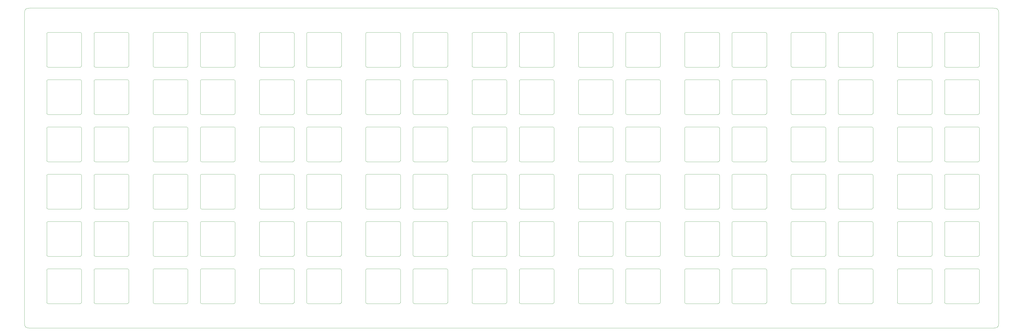
<source format=gm1>
%TF.GenerationSoftware,KiCad,Pcbnew,7.0.7*%
%TF.CreationDate,2023-09-25T11:43:51+09:00*%
%TF.ProjectId,Duet-Switch-Tester,44756574-2d53-4776-9974-63682d546573,rev?*%
%TF.SameCoordinates,Original*%
%TF.FileFunction,Profile,NP*%
%FSLAX46Y46*%
G04 Gerber Fmt 4.6, Leading zero omitted, Abs format (unit mm)*
G04 Created by KiCad (PCBNEW 7.0.7) date 2023-09-25 11:43:51*
%MOMM*%
%LPD*%
G01*
G04 APERTURE LIST*
%TA.AperFunction,Profile*%
%ADD10C,0.050000*%
%TD*%
%ADD11C,0.050000*%
G04 APERTURE END LIST*
D10*
X201762500Y-148287500D02*
G75*
G03*
X202262500Y-147787500I0J500000D01*
G01*
X139850000Y-72087500D02*
X126850000Y-72087500D01*
X226075000Y-58587500D02*
G75*
G03*
X225575000Y-58087500I-500000J0D01*
G01*
X341162500Y-115237500D02*
G75*
G03*
X340662500Y-115737500I0J-500000D01*
G01*
X254937500Y-147787500D02*
X254937500Y-134787500D01*
X287487500Y-53037500D02*
X274487500Y-53037500D01*
X182712500Y-129237500D02*
G75*
G03*
X183212500Y-128737500I0J500000D01*
G01*
X359712500Y-52537500D02*
G75*
G03*
X360212500Y-53037500I500000J0D01*
G01*
X139850000Y-148287500D02*
G75*
G03*
X140350000Y-147787500I0J500000D01*
G01*
X97487500Y-77637500D02*
X97487500Y-90637500D01*
D11*
X424038012Y-29875985D02*
X424065164Y-29918441D01*
X424090595Y-29961703D01*
X424114361Y-30005738D01*
X424143558Y-30065598D01*
X424170034Y-30126697D01*
X424188188Y-30173288D01*
X424204945Y-30220501D01*
X424220363Y-30268302D01*
X424234500Y-30316660D01*
X424247414Y-30365542D01*
D10*
X226075000Y-58587500D02*
X226075000Y-71587500D01*
X83987500Y-96187500D02*
G75*
G03*
X83487500Y-96687500I0J-500000D01*
G01*
X116037500Y-148287500D02*
G75*
G03*
X116537500Y-147787500I0J500000D01*
G01*
X116037500Y-110187500D02*
X103037500Y-110187500D01*
X298300000Y-58087500D02*
G75*
G03*
X297800000Y-58587500I0J-500000D01*
G01*
X384025000Y-96187500D02*
X397025000Y-96187500D01*
X330350000Y-129237500D02*
G75*
G03*
X330850000Y-128737500I0J500000D01*
G01*
X274487500Y-96187500D02*
G75*
G03*
X273987500Y-96687500I0J-500000D01*
G01*
X254937500Y-96687500D02*
X254937500Y-109687500D01*
X145400000Y-52537500D02*
X145400000Y-39537500D01*
X183212500Y-96687500D02*
G75*
G03*
X182712500Y-96187500I-500000J0D01*
G01*
X73175000Y-91137500D02*
X60175000Y-91137500D01*
X158900000Y-53037500D02*
G75*
G03*
X159400000Y-52537500I0J500000D01*
G01*
X287487500Y-148287500D02*
X274487500Y-148287500D01*
X231625000Y-39037500D02*
G75*
G03*
X231125000Y-39537500I0J-500000D01*
G01*
X354662500Y-39537500D02*
X354662500Y-52537500D01*
X103037500Y-134287500D02*
X116037500Y-134287500D01*
X397525000Y-77637500D02*
X397525000Y-90637500D01*
X330350000Y-148287500D02*
X317350000Y-148287500D01*
X145400000Y-128737500D02*
G75*
G03*
X145900000Y-129237500I500000J0D01*
G01*
X403075000Y-39037500D02*
G75*
G03*
X402575000Y-39537500I0J-500000D01*
G01*
X145900000Y-96187500D02*
X158900000Y-96187500D01*
X102537500Y-147787500D02*
G75*
G03*
X103037500Y-148287500I500000J0D01*
G01*
X360212500Y-39037500D02*
G75*
G03*
X359712500Y-39537500I0J-500000D01*
G01*
X96987500Y-72087500D02*
G75*
G03*
X97487500Y-71587500I0J500000D01*
G01*
X311800000Y-115737500D02*
G75*
G03*
X311300000Y-115237500I-500000J0D01*
G01*
X169212500Y-109687500D02*
G75*
G03*
X169712500Y-110187500I500000J0D01*
G01*
X202262500Y-77637500D02*
G75*
G03*
X201762500Y-77137500I-500000J0D01*
G01*
X397525000Y-134787500D02*
G75*
G03*
X397025000Y-134287500I-500000J0D01*
G01*
X102537500Y-90637500D02*
X102537500Y-77637500D01*
X139850000Y-72087500D02*
G75*
G03*
X140350000Y-71587500I0J500000D01*
G01*
X83487500Y-128737500D02*
G75*
G03*
X83987500Y-129237500I500000J0D01*
G01*
X255437500Y-115237500D02*
G75*
G03*
X254937500Y-115737500I0J-500000D01*
G01*
X231125000Y-128737500D02*
G75*
G03*
X231625000Y-129237500I500000J0D01*
G01*
X402575000Y-147787500D02*
G75*
G03*
X403075000Y-148287500I500000J0D01*
G01*
X73175000Y-72087500D02*
G75*
G03*
X73675000Y-71587500I0J500000D01*
G01*
D11*
X33987500Y-158100000D02*
X33907677Y-158099982D01*
X33828895Y-158099861D01*
X33751154Y-158099530D01*
X33674453Y-158098888D01*
X33598795Y-158097828D01*
X33524178Y-158096247D01*
X33450604Y-158094040D01*
X33378073Y-158091104D01*
X33306585Y-158087334D01*
X33236141Y-158082626D01*
X33166742Y-158076876D01*
X33098387Y-158069978D01*
X33031077Y-158061830D01*
X32964812Y-158052327D01*
X32899594Y-158041365D01*
X32835423Y-158028839D01*
D10*
X116037500Y-110187500D02*
G75*
G03*
X116537500Y-109687500I0J500000D01*
G01*
X317350000Y-134287500D02*
X330350000Y-134287500D01*
X416075000Y-148287500D02*
X403075000Y-148287500D01*
X116537500Y-134787500D02*
X116537500Y-147787500D01*
D11*
X423114577Y-29296161D02*
X423171306Y-29308826D01*
X423227458Y-29322986D01*
X423282981Y-29338728D01*
X423337823Y-29356143D01*
X423391932Y-29375322D01*
X423445258Y-29396353D01*
X423497747Y-29419326D01*
X423549348Y-29444332D01*
X423600009Y-29471461D01*
X423649679Y-29500801D01*
X423682217Y-29521635D01*
D10*
X60175000Y-115237500D02*
G75*
G03*
X59675000Y-115737500I0J-500000D01*
G01*
X254937500Y-71587500D02*
G75*
G03*
X255437500Y-72087500I500000J0D01*
G01*
X158900000Y-129237500D02*
X145900000Y-129237500D01*
X268437500Y-91137500D02*
X255437500Y-91137500D01*
X383525000Y-90637500D02*
X383525000Y-77637500D01*
X268437500Y-96187500D02*
X255437500Y-96187500D01*
X159400000Y-58587500D02*
X159400000Y-71587500D01*
X316850000Y-128737500D02*
G75*
G03*
X317350000Y-129237500I500000J0D01*
G01*
X316850000Y-109687500D02*
G75*
G03*
X317350000Y-110187500I500000J0D01*
G01*
D11*
X423682217Y-29521635D02*
X423734446Y-29558031D01*
X423784493Y-29596715D01*
X423832342Y-29637673D01*
X423877975Y-29680886D01*
X423921376Y-29726340D01*
X423962527Y-29774019D01*
X424001411Y-29823906D01*
X424038012Y-29875985D01*
D10*
X416575000Y-115737500D02*
X416575000Y-128737500D01*
X73175000Y-58087500D02*
X60175000Y-58087500D01*
X340662500Y-128737500D02*
G75*
G03*
X341162500Y-129237500I500000J0D01*
G01*
X298300000Y-115237500D02*
X311300000Y-115237500D01*
D11*
X31683661Y-30447923D02*
X31696326Y-30391193D01*
X31710486Y-30335041D01*
X31726228Y-30279518D01*
X31743643Y-30224676D01*
X31762822Y-30170567D01*
X31783853Y-30117241D01*
X31806826Y-30064752D01*
X31831832Y-30013151D01*
X31858961Y-29962490D01*
X31888301Y-29912820D01*
X31909135Y-29880283D01*
D10*
X126350000Y-90637500D02*
G75*
G03*
X126850000Y-91137500I500000J0D01*
G01*
X354162500Y-53037500D02*
X341162500Y-53037500D01*
X73675000Y-77637500D02*
X73675000Y-90637500D01*
X140350000Y-115737500D02*
G75*
G03*
X139850000Y-115237500I-500000J0D01*
G01*
X212575000Y-58087500D02*
G75*
G03*
X212075000Y-58587500I0J-500000D01*
G01*
X373212500Y-72087500D02*
X360212500Y-72087500D01*
X226075000Y-134787500D02*
G75*
G03*
X225575000Y-134287500I-500000J0D01*
G01*
X126850000Y-58087500D02*
G75*
G03*
X126350000Y-58587500I0J-500000D01*
G01*
X54125000Y-129237500D02*
X41125000Y-129237500D01*
X126850000Y-96187500D02*
X139850000Y-96187500D01*
X231625000Y-96187500D02*
G75*
G03*
X231125000Y-96687500I0J-500000D01*
G01*
X201762500Y-53037500D02*
X188762500Y-53037500D01*
X145400000Y-90637500D02*
G75*
G03*
X145900000Y-91137500I500000J0D01*
G01*
X403075000Y-134287500D02*
X416075000Y-134287500D01*
X244625000Y-72087500D02*
G75*
G03*
X245125000Y-71587500I0J500000D01*
G01*
X212075000Y-71587500D02*
X212075000Y-58587500D01*
X201762500Y-110187500D02*
X188762500Y-110187500D01*
X73675000Y-134787500D02*
X73675000Y-147787500D01*
X402575000Y-52537500D02*
G75*
G03*
X403075000Y-53037500I500000J0D01*
G01*
X97487500Y-58587500D02*
G75*
G03*
X96987500Y-58087500I-500000J0D01*
G01*
X116037500Y-53037500D02*
X103037500Y-53037500D01*
X116537500Y-39537500D02*
X116537500Y-52537500D01*
X354162500Y-148287500D02*
G75*
G03*
X354662500Y-147787500I0J500000D01*
G01*
X145900000Y-39037500D02*
G75*
G03*
X145400000Y-39537500I0J-500000D01*
G01*
X59675000Y-115737500D02*
X59675000Y-128737500D01*
X373212500Y-110187500D02*
G75*
G03*
X373712500Y-109687500I0J500000D01*
G01*
X231625000Y-115237500D02*
G75*
G03*
X231125000Y-115737500I0J-500000D01*
G01*
X274487500Y-77137500D02*
X287487500Y-77137500D01*
X297800000Y-147787500D02*
G75*
G03*
X298300000Y-148287500I500000J0D01*
G01*
X287487500Y-110187500D02*
X274487500Y-110187500D01*
X354662500Y-134787500D02*
G75*
G03*
X354162500Y-134287500I-500000J0D01*
G01*
X97487500Y-39537500D02*
G75*
G03*
X96987500Y-39037500I-500000J0D01*
G01*
X145900000Y-134287500D02*
X158900000Y-134287500D01*
X373712500Y-58587500D02*
X373712500Y-71587500D01*
X73675000Y-134787500D02*
G75*
G03*
X73175000Y-134287500I-500000J0D01*
G01*
X97487500Y-58587500D02*
X97487500Y-71587500D01*
X354162500Y-148287500D02*
X341162500Y-148287500D01*
X231125000Y-52537500D02*
X231125000Y-39537500D01*
X268437500Y-72087500D02*
X255437500Y-72087500D01*
X116037500Y-72087500D02*
G75*
G03*
X116537500Y-71587500I0J500000D01*
G01*
X226075000Y-52537500D02*
X226075000Y-39537500D01*
X126350000Y-128737500D02*
G75*
G03*
X126850000Y-129237500I500000J0D01*
G01*
X416075000Y-148287500D02*
G75*
G03*
X416575000Y-147787500I0J500000D01*
G01*
X159400000Y-39537500D02*
G75*
G03*
X158900000Y-39037500I-500000J0D01*
G01*
X140350000Y-58587500D02*
X140350000Y-71587500D01*
X226075000Y-115737500D02*
X226075000Y-128737500D01*
X59675000Y-147787500D02*
G75*
G03*
X60175000Y-148287500I500000J0D01*
G01*
X140350000Y-77637500D02*
G75*
G03*
X139850000Y-77137500I-500000J0D01*
G01*
X397025000Y-91137500D02*
X384025000Y-91137500D01*
X140350000Y-39537500D02*
G75*
G03*
X139850000Y-39037500I-500000J0D01*
G01*
X59675000Y-128737500D02*
G75*
G03*
X60175000Y-129237500I500000J0D01*
G01*
X60175000Y-129237500D02*
X73175000Y-129237500D01*
X188262500Y-52537500D02*
G75*
G03*
X188762500Y-53037500I500000J0D01*
G01*
X188762500Y-77137500D02*
G75*
G03*
X188262500Y-77637500I0J-500000D01*
G01*
X384025000Y-58087500D02*
G75*
G03*
X383525000Y-58587500I0J-500000D01*
G01*
X340662500Y-90637500D02*
G75*
G03*
X341162500Y-91137500I500000J0D01*
G01*
X274487500Y-134287500D02*
X287487500Y-134287500D01*
X268437500Y-148287500D02*
X255437500Y-148287500D01*
X225575000Y-129237500D02*
X212575000Y-129237500D01*
X54625000Y-77637500D02*
X54625000Y-90637500D01*
X83487500Y-109687500D02*
G75*
G03*
X83987500Y-110187500I500000J0D01*
G01*
X183212500Y-58587500D02*
G75*
G03*
X182712500Y-58087500I-500000J0D01*
G01*
X373712500Y-77637500D02*
G75*
G03*
X373212500Y-77137500I-500000J0D01*
G01*
X245125000Y-96687500D02*
G75*
G03*
X244625000Y-96187500I-500000J0D01*
G01*
X287487500Y-148287500D02*
G75*
G03*
X287987500Y-147787500I0J500000D01*
G01*
X416075000Y-110187500D02*
X403075000Y-110187500D01*
X254937500Y-90637500D02*
X254937500Y-77637500D01*
X231625000Y-77137500D02*
X244625000Y-77137500D01*
X139850000Y-148287500D02*
X126850000Y-148287500D01*
X31612500Y-31600000D02*
X31612500Y-155725000D01*
X103037500Y-115237500D02*
G75*
G03*
X102537500Y-115737500I0J-500000D01*
G01*
X297800000Y-147787500D02*
X297800000Y-134787500D01*
X360212500Y-134287500D02*
X373212500Y-134287500D01*
X73675000Y-128737500D02*
X73675000Y-115737500D01*
X245125000Y-39537500D02*
X245125000Y-52537500D01*
X103037500Y-134287500D02*
G75*
G03*
X102537500Y-134787500I0J-500000D01*
G01*
X416575000Y-58587500D02*
G75*
G03*
X416075000Y-58087500I-500000J0D01*
G01*
X340662500Y-71587500D02*
G75*
G03*
X341162500Y-72087500I500000J0D01*
G01*
X311800000Y-58587500D02*
G75*
G03*
X311300000Y-58087500I-500000J0D01*
G01*
X201762500Y-72087500D02*
G75*
G03*
X202262500Y-71587500I0J500000D01*
G01*
X373212500Y-53037500D02*
X360212500Y-53037500D01*
X212075000Y-147787500D02*
G75*
G03*
X212575000Y-148287500I500000J0D01*
G01*
X373212500Y-91137500D02*
X360212500Y-91137500D01*
X273987500Y-58587500D02*
X273987500Y-71587500D01*
X330850000Y-134787500D02*
G75*
G03*
X330350000Y-134287500I-500000J0D01*
G01*
X311300000Y-110187500D02*
G75*
G03*
X311800000Y-109687500I0J500000D01*
G01*
X359712500Y-71587500D02*
X359712500Y-58587500D01*
X360212500Y-77137500D02*
X373212500Y-77137500D01*
X159400000Y-115737500D02*
G75*
G03*
X158900000Y-115237500I-500000J0D01*
G01*
X231125000Y-109687500D02*
X231125000Y-96687500D01*
X244625000Y-53037500D02*
G75*
G03*
X245125000Y-52537500I0J500000D01*
G01*
X340662500Y-90637500D02*
X340662500Y-77637500D01*
X212075000Y-39537500D02*
X212075000Y-52537500D01*
X202262500Y-58587500D02*
G75*
G03*
X201762500Y-58087500I-500000J0D01*
G01*
X373212500Y-148287500D02*
X360212500Y-148287500D01*
X212075000Y-147787500D02*
X212075000Y-134787500D01*
X202262500Y-147787500D02*
X202262500Y-134787500D01*
X273987500Y-90637500D02*
X273987500Y-77637500D01*
X245125000Y-134787500D02*
X245125000Y-147787500D01*
X159400000Y-58587500D02*
G75*
G03*
X158900000Y-58087500I-500000J0D01*
G01*
X188262500Y-134787500D02*
X188262500Y-147787500D01*
X359712500Y-90637500D02*
G75*
G03*
X360212500Y-91137500I500000J0D01*
G01*
X145900000Y-77137500D02*
G75*
G03*
X145400000Y-77637500I0J-500000D01*
G01*
X145400000Y-71587500D02*
X145400000Y-58587500D01*
X54125000Y-148287500D02*
G75*
G03*
X54625000Y-147787500I0J500000D01*
G01*
X383525000Y-71587500D02*
G75*
G03*
X384025000Y-72087500I500000J0D01*
G01*
X73675000Y-115737500D02*
G75*
G03*
X73175000Y-115237500I-500000J0D01*
G01*
X311800000Y-58587500D02*
X311800000Y-71587500D01*
X402575000Y-109687500D02*
G75*
G03*
X403075000Y-110187500I500000J0D01*
G01*
X54625000Y-115737500D02*
X54625000Y-128737500D01*
X188762500Y-58087500D02*
G75*
G03*
X188262500Y-58587500I0J-500000D01*
G01*
X83487500Y-52537500D02*
G75*
G03*
X83987500Y-53037500I500000J0D01*
G01*
X182712500Y-148287500D02*
X169712500Y-148287500D01*
X416075000Y-91137500D02*
G75*
G03*
X416575000Y-90637500I0J500000D01*
G01*
X140350000Y-134787500D02*
G75*
G03*
X139850000Y-134287500I-500000J0D01*
G01*
X287987500Y-58587500D02*
G75*
G03*
X287487500Y-58087500I-500000J0D01*
G01*
X159400000Y-77637500D02*
G75*
G03*
X158900000Y-77137500I-500000J0D01*
G01*
X354162500Y-110187500D02*
X341162500Y-110187500D01*
X59675000Y-52537500D02*
G75*
G03*
X60175000Y-53037500I500000J0D01*
G01*
X188762500Y-148287500D02*
X201762500Y-148287500D01*
X126850000Y-115237500D02*
G75*
G03*
X126350000Y-115737500I0J-500000D01*
G01*
X116037500Y-129237500D02*
X103037500Y-129237500D01*
X341162500Y-58087500D02*
G75*
G03*
X340662500Y-58587500I0J-500000D01*
G01*
X83987500Y-39037500D02*
G75*
G03*
X83487500Y-39537500I0J-500000D01*
G01*
D11*
X423686515Y-157800512D02*
X423644058Y-157827664D01*
X423600796Y-157853095D01*
X423556761Y-157876861D01*
X423496901Y-157906058D01*
X423435802Y-157932534D01*
X423389211Y-157950688D01*
X423341998Y-157967445D01*
X423294197Y-157982863D01*
X423245839Y-157997000D01*
X423196958Y-158009914D01*
D10*
X311300000Y-53037500D02*
X298300000Y-53037500D01*
D11*
X32267783Y-157803365D02*
X32215553Y-157766968D01*
X32165506Y-157728284D01*
X32117657Y-157687326D01*
X32072024Y-157644113D01*
X32028623Y-157598659D01*
X31987472Y-157550980D01*
X31948588Y-157501093D01*
X31911988Y-157449015D01*
D10*
X297800000Y-52537500D02*
G75*
G03*
X298300000Y-53037500I500000J0D01*
G01*
X102537500Y-52537500D02*
G75*
G03*
X103037500Y-53037500I500000J0D01*
G01*
X255437500Y-39037500D02*
X268437500Y-39037500D01*
X397525000Y-77637500D02*
G75*
G03*
X397025000Y-77137500I-500000J0D01*
G01*
X403075000Y-96187500D02*
X416075000Y-96187500D01*
X330850000Y-96687500D02*
X330850000Y-109687500D01*
X298300000Y-110187500D02*
X311300000Y-110187500D01*
X268937500Y-58587500D02*
G75*
G03*
X268437500Y-58087500I-500000J0D01*
G01*
X96987500Y-129237500D02*
G75*
G03*
X97487500Y-128737500I0J500000D01*
G01*
X268437500Y-53037500D02*
G75*
G03*
X268937500Y-52537500I0J500000D01*
G01*
X188762500Y-115237500D02*
X201762500Y-115237500D01*
X212075000Y-52537500D02*
G75*
G03*
X212575000Y-53037500I500000J0D01*
G01*
X145900000Y-96187500D02*
G75*
G03*
X145400000Y-96687500I0J-500000D01*
G01*
X188762500Y-134287500D02*
G75*
G03*
X188262500Y-134787500I0J-500000D01*
G01*
X145400000Y-128737500D02*
X145400000Y-115737500D01*
X54625000Y-134787500D02*
X54625000Y-147787500D01*
X341162500Y-39037500D02*
X354162500Y-39037500D01*
X73675000Y-39537500D02*
X73675000Y-52537500D01*
X54625000Y-115737500D02*
G75*
G03*
X54125000Y-115237500I-500000J0D01*
G01*
X159400000Y-134787500D02*
X159400000Y-147787500D01*
X126350000Y-147787500D02*
G75*
G03*
X126850000Y-148287500I500000J0D01*
G01*
X73675000Y-71587500D02*
X73675000Y-58587500D01*
X231125000Y-90637500D02*
G75*
G03*
X231625000Y-91137500I500000J0D01*
G01*
X41125000Y-39037500D02*
G75*
G03*
X40625000Y-39537500I0J-500000D01*
G01*
X416575000Y-77637500D02*
G75*
G03*
X416075000Y-77137500I-500000J0D01*
G01*
X245125000Y-58587500D02*
G75*
G03*
X244625000Y-58087500I-500000J0D01*
G01*
D11*
X31911988Y-157449015D02*
X31884835Y-157406558D01*
X31859404Y-157363296D01*
X31835638Y-157319261D01*
X31806441Y-157259401D01*
X31779965Y-157198302D01*
X31761811Y-157151711D01*
X31745054Y-157104498D01*
X31729636Y-157056697D01*
X31715499Y-157008339D01*
X31702586Y-156959458D01*
D10*
X41125000Y-134287500D02*
X54125000Y-134287500D01*
X403075000Y-115237500D02*
G75*
G03*
X402575000Y-115737500I0J-500000D01*
G01*
X341162500Y-39037500D02*
G75*
G03*
X340662500Y-39537500I0J-500000D01*
G01*
X384025000Y-39037500D02*
X397025000Y-39037500D01*
X73175000Y-148287500D02*
G75*
G03*
X73675000Y-147787500I0J500000D01*
G01*
X373712500Y-96687500D02*
G75*
G03*
X373212500Y-96187500I-500000J0D01*
G01*
X188762500Y-39037500D02*
G75*
G03*
X188262500Y-39537500I0J-500000D01*
G01*
X231125000Y-52537500D02*
G75*
G03*
X231625000Y-53037500I500000J0D01*
G01*
X298300000Y-39037500D02*
X311300000Y-39037500D01*
X340662500Y-109687500D02*
X340662500Y-96687500D01*
X397525000Y-39537500D02*
X397525000Y-52537500D01*
X373212500Y-72087500D02*
G75*
G03*
X373712500Y-71587500I0J500000D01*
G01*
X126850000Y-96187500D02*
G75*
G03*
X126350000Y-96687500I0J-500000D01*
G01*
X297800000Y-128737500D02*
X297800000Y-115737500D01*
X416575000Y-115737500D02*
G75*
G03*
X416075000Y-115237500I-500000J0D01*
G01*
X116537500Y-96687500D02*
X116537500Y-109687500D01*
X126350000Y-71587500D02*
X126350000Y-58587500D01*
X416075000Y-53037500D02*
X403075000Y-53037500D01*
X40625000Y-90637500D02*
X40625000Y-77637500D01*
X103037500Y-39037500D02*
G75*
G03*
X102537500Y-39537500I0J-500000D01*
G01*
D11*
X424040865Y-157444717D02*
X424004468Y-157496946D01*
X423965784Y-157546993D01*
X423924826Y-157594842D01*
X423881613Y-157640475D01*
X423836159Y-157683876D01*
X423788480Y-157725027D01*
X423738593Y-157763911D01*
X423686515Y-157800512D01*
X421962500Y-29225000D02*
X422042322Y-29225017D01*
X422121104Y-29225138D01*
X422198845Y-29225469D01*
X422275546Y-29226111D01*
X422351204Y-29227171D01*
X422425821Y-29228752D01*
X422499395Y-29230959D01*
X422571926Y-29233895D01*
X422643414Y-29237665D01*
X422713858Y-29242373D01*
X422783257Y-29248123D01*
X422851612Y-29255021D01*
X422918922Y-29263169D01*
X422985187Y-29272672D01*
X423050405Y-29283634D01*
X423114577Y-29296161D01*
D10*
X226075000Y-96687500D02*
G75*
G03*
X225575000Y-96187500I-500000J0D01*
G01*
X126350000Y-52537500D02*
X126350000Y-39537500D01*
X330850000Y-134787500D02*
X330850000Y-147787500D01*
X402575000Y-52537500D02*
X402575000Y-39537500D01*
X182712500Y-110187500D02*
G75*
G03*
X183212500Y-109687500I0J500000D01*
G01*
X158900000Y-129237500D02*
G75*
G03*
X159400000Y-128737500I0J500000D01*
G01*
X225575000Y-39037500D02*
X212575000Y-39037500D01*
X169212500Y-147787500D02*
X169212500Y-134787500D01*
X54625000Y-39537500D02*
G75*
G03*
X54125000Y-39037500I-500000J0D01*
G01*
X274487500Y-77137500D02*
G75*
G03*
X273987500Y-77637500I0J-500000D01*
G01*
X402575000Y-58587500D02*
X402575000Y-71587500D01*
X226075000Y-96687500D02*
X226075000Y-109687500D01*
X97487500Y-134787500D02*
G75*
G03*
X96987500Y-134287500I-500000J0D01*
G01*
X245125000Y-115737500D02*
G75*
G03*
X244625000Y-115237500I-500000J0D01*
G01*
X245125000Y-58587500D02*
X245125000Y-71587500D01*
X273987500Y-52537500D02*
X273987500Y-39537500D01*
X383525000Y-71587500D02*
X383525000Y-58587500D01*
X403075000Y-58087500D02*
G75*
G03*
X402575000Y-58587500I0J-500000D01*
G01*
X311300000Y-96187500D02*
X298300000Y-96187500D01*
X97487500Y-96687500D02*
X97487500Y-109687500D01*
X188762500Y-58087500D02*
X201762500Y-58087500D01*
X169212500Y-71587500D02*
X169212500Y-58587500D01*
X397525000Y-115737500D02*
X397525000Y-128737500D01*
X340662500Y-147787500D02*
G75*
G03*
X341162500Y-148287500I500000J0D01*
G01*
X40625000Y-147787500D02*
X40625000Y-134787500D01*
X116537500Y-77637500D02*
X116537500Y-90637500D01*
X231625000Y-58087500D02*
G75*
G03*
X231125000Y-58587500I0J-500000D01*
G01*
X268437500Y-129237500D02*
G75*
G03*
X268937500Y-128737500I0J500000D01*
G01*
X169212500Y-71587500D02*
G75*
G03*
X169712500Y-72087500I500000J0D01*
G01*
X73675000Y-96687500D02*
G75*
G03*
X73175000Y-96187500I-500000J0D01*
G01*
X40625000Y-109687500D02*
G75*
G03*
X41125000Y-110187500I500000J0D01*
G01*
X311800000Y-96687500D02*
G75*
G03*
X311300000Y-96187500I-500000J0D01*
G01*
X373212500Y-148287500D02*
G75*
G03*
X373712500Y-147787500I0J500000D01*
G01*
X254937500Y-52537500D02*
X254937500Y-39537500D01*
X102537500Y-128737500D02*
X102537500Y-115737500D01*
X41125000Y-58087500D02*
X54125000Y-58087500D01*
X41125000Y-77137500D02*
G75*
G03*
X40625000Y-77637500I0J-500000D01*
G01*
X373212500Y-53037500D02*
G75*
G03*
X373712500Y-52537500I0J500000D01*
G01*
X126850000Y-77137500D02*
G75*
G03*
X126350000Y-77637500I0J-500000D01*
G01*
X116537500Y-115737500D02*
G75*
G03*
X116037500Y-115237500I-500000J0D01*
G01*
X298300000Y-115237500D02*
G75*
G03*
X297800000Y-115737500I0J-500000D01*
G01*
X126350000Y-52537500D02*
G75*
G03*
X126850000Y-53037500I500000J0D01*
G01*
X139850000Y-129237500D02*
G75*
G03*
X140350000Y-128737500I0J500000D01*
G01*
X245125000Y-115737500D02*
X245125000Y-128737500D01*
X340662500Y-128737500D02*
X340662500Y-115737500D01*
X244625000Y-129237500D02*
X231625000Y-129237500D01*
X169212500Y-147787500D02*
G75*
G03*
X169712500Y-148287500I500000J0D01*
G01*
X373712500Y-96687500D02*
X373712500Y-109687500D01*
X145900000Y-77137500D02*
X158900000Y-77137500D01*
X244625000Y-91137500D02*
X231625000Y-91137500D01*
X254937500Y-147787500D02*
G75*
G03*
X255437500Y-148287500I500000J0D01*
G01*
X158900000Y-110187500D02*
X145900000Y-110187500D01*
X354162500Y-53037500D02*
G75*
G03*
X354662500Y-52537500I0J500000D01*
G01*
X231125000Y-71587500D02*
G75*
G03*
X231625000Y-72087500I500000J0D01*
G01*
X145400000Y-109687500D02*
G75*
G03*
X145900000Y-110187500I500000J0D01*
G01*
X83487500Y-109687500D02*
X83487500Y-96687500D01*
X397025000Y-72087500D02*
G75*
G03*
X397525000Y-71587500I0J500000D01*
G01*
X54125000Y-91137500D02*
X41125000Y-91137500D01*
X182712500Y-53037500D02*
G75*
G03*
X183212500Y-52537500I0J500000D01*
G01*
X354662500Y-58587500D02*
G75*
G03*
X354162500Y-58087500I-500000J0D01*
G01*
X202262500Y-39537500D02*
X202262500Y-52537500D01*
X59675000Y-109687500D02*
G75*
G03*
X60175000Y-110187500I500000J0D01*
G01*
X297800000Y-128737500D02*
G75*
G03*
X298300000Y-129237500I500000J0D01*
G01*
X268937500Y-115737500D02*
G75*
G03*
X268437500Y-115237500I-500000J0D01*
G01*
X102537500Y-71587500D02*
G75*
G03*
X103037500Y-72087500I500000J0D01*
G01*
X126350000Y-147787500D02*
X126350000Y-134787500D01*
X274487500Y-39037500D02*
X287487500Y-39037500D01*
X287487500Y-129237500D02*
G75*
G03*
X287987500Y-128737500I0J500000D01*
G01*
X311800000Y-39537500D02*
X311800000Y-52537500D01*
X298300000Y-77137500D02*
G75*
G03*
X297800000Y-77637500I0J-500000D01*
G01*
X330850000Y-115737500D02*
G75*
G03*
X330350000Y-115237500I-500000J0D01*
G01*
X311300000Y-91137500D02*
G75*
G03*
X311800000Y-90637500I0J500000D01*
G01*
X159400000Y-39537500D02*
X159400000Y-52537500D01*
X158900000Y-53037500D02*
X145900000Y-53037500D01*
X183212500Y-77637500D02*
X183212500Y-90637500D01*
X244625000Y-110187500D02*
G75*
G03*
X245125000Y-109687500I0J500000D01*
G01*
X183212500Y-134787500D02*
X183212500Y-147787500D01*
X384025000Y-115237500D02*
G75*
G03*
X383525000Y-115737500I0J-500000D01*
G01*
X287987500Y-96687500D02*
X287987500Y-109687500D01*
X231625000Y-77137500D02*
G75*
G03*
X231125000Y-77637500I0J-500000D01*
G01*
X297800000Y-96687500D02*
X297800000Y-109687500D01*
X169212500Y-128737500D02*
G75*
G03*
X169712500Y-129237500I500000J0D01*
G01*
X145400000Y-71587500D02*
G75*
G03*
X145900000Y-72087500I500000J0D01*
G01*
X102537500Y-109687500D02*
G75*
G03*
X103037500Y-110187500I500000J0D01*
G01*
X158900000Y-72087500D02*
G75*
G03*
X159400000Y-71587500I0J500000D01*
G01*
X383525000Y-52537500D02*
X383525000Y-39537500D01*
X274487500Y-72087500D02*
X287487500Y-72087500D01*
X116037500Y-91137500D02*
G75*
G03*
X116537500Y-90637500I0J500000D01*
G01*
X317350000Y-115237500D02*
G75*
G03*
X316850000Y-115737500I0J-500000D01*
G01*
X158900000Y-91137500D02*
G75*
G03*
X159400000Y-90637500I0J500000D01*
G01*
X384025000Y-134287500D02*
X397025000Y-134287500D01*
X255437500Y-110187500D02*
X268437500Y-110187500D01*
X311800000Y-77637500D02*
G75*
G03*
X311300000Y-77137500I-500000J0D01*
G01*
X182712500Y-72087500D02*
G75*
G03*
X183212500Y-71587500I0J500000D01*
G01*
X416075000Y-53037500D02*
G75*
G03*
X416575000Y-52537500I0J500000D01*
G01*
X126350000Y-109687500D02*
G75*
G03*
X126850000Y-110187500I500000J0D01*
G01*
X140350000Y-96687500D02*
G75*
G03*
X139850000Y-96187500I-500000J0D01*
G01*
X188262500Y-109687500D02*
X188262500Y-96687500D01*
X83987500Y-58087500D02*
X96987500Y-58087500D01*
X60175000Y-39037500D02*
G75*
G03*
X59675000Y-39537500I0J-500000D01*
G01*
X403075000Y-115237500D02*
X416075000Y-115237500D01*
X311300000Y-72087500D02*
G75*
G03*
X311800000Y-71587500I0J500000D01*
G01*
X311300000Y-129237500D02*
G75*
G03*
X311800000Y-128737500I0J500000D01*
G01*
X416075000Y-129237500D02*
X403075000Y-129237500D01*
X287987500Y-77637500D02*
X287987500Y-90637500D01*
X116537500Y-77637500D02*
G75*
G03*
X116037500Y-77137500I-500000J0D01*
G01*
X297800000Y-71587500D02*
X297800000Y-58587500D01*
X317350000Y-115237500D02*
X330350000Y-115237500D01*
X96987500Y-53037500D02*
G75*
G03*
X97487500Y-52537500I0J500000D01*
G01*
X169212500Y-52537500D02*
X169212500Y-39537500D01*
X201762500Y-129237500D02*
X188762500Y-129237500D01*
X330850000Y-39537500D02*
G75*
G03*
X330350000Y-39037500I-500000J0D01*
G01*
X41125000Y-77137500D02*
X54125000Y-77137500D01*
X231625000Y-96187500D02*
X244625000Y-96187500D01*
X416575000Y-96687500D02*
X416575000Y-109687500D01*
X212575000Y-134287500D02*
G75*
G03*
X212075000Y-134787500I0J-500000D01*
G01*
X383525000Y-109687500D02*
G75*
G03*
X384025000Y-110187500I500000J0D01*
G01*
X116537500Y-39537500D02*
G75*
G03*
X116037500Y-39037500I-500000J0D01*
G01*
X354662500Y-39537500D02*
G75*
G03*
X354162500Y-39037500I-500000J0D01*
G01*
X354162500Y-91137500D02*
G75*
G03*
X354662500Y-90637500I0J500000D01*
G01*
X402575000Y-90637500D02*
X402575000Y-77637500D01*
X139850000Y-110187500D02*
G75*
G03*
X140350000Y-109687500I0J500000D01*
G01*
X145400000Y-109687500D02*
X145400000Y-96687500D01*
X83987500Y-134287500D02*
G75*
G03*
X83487500Y-134787500I0J-500000D01*
G01*
X397525000Y-58587500D02*
G75*
G03*
X397025000Y-58087500I-500000J0D01*
G01*
X297800000Y-71587500D02*
G75*
G03*
X298300000Y-72087500I500000J0D01*
G01*
X311800000Y-39537500D02*
G75*
G03*
X311300000Y-39037500I-500000J0D01*
G01*
X226075000Y-39537500D02*
G75*
G03*
X225575000Y-39037500I-500000J0D01*
G01*
X182712500Y-91137500D02*
X169712500Y-91137500D01*
X231125000Y-147787500D02*
X231125000Y-134787500D01*
X311300000Y-148287500D02*
X298300000Y-148287500D01*
X139850000Y-91137500D02*
X126850000Y-91137500D01*
X354162500Y-72087500D02*
G75*
G03*
X354662500Y-71587500I0J500000D01*
G01*
X354162500Y-129237500D02*
X341162500Y-129237500D01*
X116037500Y-53037500D02*
G75*
G03*
X116537500Y-52537500I0J500000D01*
G01*
X268437500Y-72087500D02*
G75*
G03*
X268937500Y-71587500I0J500000D01*
G01*
X403075000Y-134287500D02*
G75*
G03*
X402575000Y-134787500I0J-500000D01*
G01*
X287987500Y-115737500D02*
G75*
G03*
X287487500Y-115237500I-500000J0D01*
G01*
X354662500Y-77637500D02*
G75*
G03*
X354162500Y-77137500I-500000J0D01*
G01*
X383525000Y-109687500D02*
X383525000Y-96687500D01*
X244625000Y-148287500D02*
G75*
G03*
X245125000Y-147787500I0J500000D01*
G01*
X397525000Y-96687500D02*
X397525000Y-109687500D01*
X268937500Y-109687500D02*
X268937500Y-96687500D01*
X83987500Y-39037500D02*
X96987500Y-39037500D01*
X188262500Y-71587500D02*
X188262500Y-58587500D01*
X287487500Y-58087500D02*
X274487500Y-58087500D01*
X373212500Y-91137500D02*
G75*
G03*
X373712500Y-90637500I0J500000D01*
G01*
X201762500Y-91137500D02*
G75*
G03*
X202262500Y-90637500I0J500000D01*
G01*
X226075000Y-115737500D02*
G75*
G03*
X225575000Y-115237500I-500000J0D01*
G01*
X373712500Y-134787500D02*
X373712500Y-147787500D01*
X416075000Y-72087500D02*
G75*
G03*
X416575000Y-71587500I0J500000D01*
G01*
X59675000Y-90637500D02*
G75*
G03*
X60175000Y-91137500I500000J0D01*
G01*
X297800000Y-90637500D02*
G75*
G03*
X298300000Y-91137500I500000J0D01*
G01*
X360212500Y-96187500D02*
X373212500Y-96187500D01*
X397025000Y-91137500D02*
G75*
G03*
X397525000Y-90637500I0J500000D01*
G01*
X54625000Y-96687500D02*
X54625000Y-109687500D01*
X159400000Y-96687500D02*
X159400000Y-109687500D01*
X231125000Y-71587500D02*
X231125000Y-58587500D01*
X83987500Y-77137500D02*
G75*
G03*
X83487500Y-77637500I0J-500000D01*
G01*
X59675000Y-147787500D02*
X59675000Y-134787500D01*
X60175000Y-96187500D02*
G75*
G03*
X59675000Y-96687500I0J-500000D01*
G01*
X59675000Y-58587500D02*
X59675000Y-71587500D01*
X360212500Y-96187500D02*
G75*
G03*
X359712500Y-96687500I0J-500000D01*
G01*
X316850000Y-39537500D02*
X316850000Y-52537500D01*
D11*
X423196958Y-158009914D02*
X423128975Y-158025771D01*
X423059752Y-158039649D01*
X422989292Y-158051679D01*
X422917598Y-158061994D01*
X422844674Y-158070726D01*
X422770526Y-158078006D01*
X422695155Y-158083966D01*
X422618567Y-158088739D01*
X422540766Y-158092456D01*
X422461754Y-158095249D01*
X422381537Y-158097250D01*
X422300117Y-158098592D01*
X422217500Y-158099406D01*
X422133689Y-158099824D01*
X422048687Y-158099978D01*
X421962500Y-158100000D01*
D10*
X383525000Y-147787500D02*
G75*
G03*
X384025000Y-148287500I500000J0D01*
G01*
X201762500Y-134287500D02*
X188762500Y-134287500D01*
X402575000Y-71587500D02*
G75*
G03*
X403075000Y-72087500I500000J0D01*
G01*
X140350000Y-77637500D02*
X140350000Y-90637500D01*
X254937500Y-109687500D02*
G75*
G03*
X255437500Y-110187500I500000J0D01*
G01*
X212075000Y-90637500D02*
X212075000Y-77637500D01*
X140350000Y-58587500D02*
G75*
G03*
X139850000Y-58087500I-500000J0D01*
G01*
X330850000Y-52537500D02*
X330850000Y-39537500D01*
X359712500Y-52537500D02*
X359712500Y-39537500D01*
X225575000Y-148287500D02*
X212575000Y-148287500D01*
X73175000Y-129237500D02*
G75*
G03*
X73675000Y-128737500I0J500000D01*
G01*
X383525000Y-52537500D02*
G75*
G03*
X384025000Y-53037500I500000J0D01*
G01*
X416075000Y-129237500D02*
G75*
G03*
X416575000Y-128737500I0J500000D01*
G01*
X330350000Y-91137500D02*
X317350000Y-91137500D01*
X188262500Y-147787500D02*
G75*
G03*
X188762500Y-148287500I500000J0D01*
G01*
X416575000Y-134787500D02*
X416575000Y-147787500D01*
X268937500Y-134787500D02*
X268937500Y-147787500D01*
X373712500Y-39537500D02*
X373712500Y-52537500D01*
X73675000Y-77637500D02*
G75*
G03*
X73175000Y-77137500I-500000J0D01*
G01*
X397525000Y-39537500D02*
G75*
G03*
X397025000Y-39037500I-500000J0D01*
G01*
X384025000Y-115237500D02*
X397025000Y-115237500D01*
X403075000Y-77137500D02*
X416075000Y-77137500D01*
X126350000Y-109687500D02*
X126350000Y-96687500D01*
X330350000Y-53037500D02*
G75*
G03*
X330850000Y-52537500I0J500000D01*
G01*
X397025000Y-129237500D02*
X384025000Y-129237500D01*
X402575000Y-90637500D02*
G75*
G03*
X403075000Y-91137500I500000J0D01*
G01*
X54625000Y-58587500D02*
X54625000Y-71587500D01*
X73175000Y-91137500D02*
G75*
G03*
X73675000Y-90637500I0J500000D01*
G01*
X244625000Y-148287500D02*
X231625000Y-148287500D01*
X182712500Y-53037500D02*
X169712500Y-53037500D01*
X244625000Y-110187500D02*
X231625000Y-110187500D01*
X41125000Y-58087500D02*
G75*
G03*
X40625000Y-58587500I0J-500000D01*
G01*
X316850000Y-90637500D02*
G75*
G03*
X317350000Y-91137500I500000J0D01*
G01*
X359712500Y-109687500D02*
X359712500Y-96687500D01*
X139850000Y-110187500D02*
X126850000Y-110187500D01*
X231125000Y-109687500D02*
G75*
G03*
X231625000Y-110187500I500000J0D01*
G01*
X169712500Y-58087500D02*
G75*
G03*
X169212500Y-58587500I0J-500000D01*
G01*
X245125000Y-39537500D02*
G75*
G03*
X244625000Y-39037500I-500000J0D01*
G01*
X54125000Y-129237500D02*
G75*
G03*
X54625000Y-128737500I0J500000D01*
G01*
X397025000Y-129237500D02*
G75*
G03*
X397525000Y-128737500I0J500000D01*
G01*
X397525000Y-115737500D02*
G75*
G03*
X397025000Y-115237500I-500000J0D01*
G01*
X311300000Y-148287500D02*
G75*
G03*
X311800000Y-147787500I0J500000D01*
G01*
X96987500Y-148287500D02*
G75*
G03*
X97487500Y-147787500I0J500000D01*
G01*
X254937500Y-128737500D02*
X254937500Y-115737500D01*
X384025000Y-39037500D02*
G75*
G03*
X383525000Y-39537500I0J-500000D01*
G01*
X169212500Y-109687500D02*
X169212500Y-96687500D01*
X341162500Y-77137500D02*
G75*
G03*
X340662500Y-77637500I0J-500000D01*
G01*
X225575000Y-72087500D02*
G75*
G03*
X226075000Y-71587500I0J500000D01*
G01*
X96987500Y-110187500D02*
X83987500Y-110187500D01*
X73175000Y-148287500D02*
X60175000Y-148287500D01*
X354662500Y-96687500D02*
X354662500Y-109687500D01*
X126350000Y-128737500D02*
X126350000Y-115737500D01*
X59675000Y-71587500D02*
G75*
G03*
X60175000Y-72087500I500000J0D01*
G01*
X40625000Y-128737500D02*
G75*
G03*
X41125000Y-129237500I500000J0D01*
G01*
X255437500Y-134287500D02*
X268437500Y-134287500D01*
X188262500Y-71587500D02*
G75*
G03*
X188762500Y-72087500I500000J0D01*
G01*
X212575000Y-96187500D02*
X225575000Y-96187500D01*
X317350000Y-77137500D02*
G75*
G03*
X316850000Y-77637500I0J-500000D01*
G01*
X330850000Y-77637500D02*
G75*
G03*
X330350000Y-77137500I-500000J0D01*
G01*
X225575000Y-148287500D02*
G75*
G03*
X226075000Y-147787500I0J500000D01*
G01*
X397025000Y-72087500D02*
X384025000Y-72087500D01*
X83487500Y-71587500D02*
X83487500Y-58587500D01*
X188762500Y-96187500D02*
X201762500Y-96187500D01*
X102537500Y-147787500D02*
X102537500Y-134787500D01*
X83987500Y-115237500D02*
X96987500Y-115237500D01*
X373212500Y-129237500D02*
X360212500Y-129237500D01*
X83487500Y-128737500D02*
X83487500Y-115737500D01*
X59675000Y-109687500D02*
X59675000Y-96687500D01*
X40625000Y-90637500D02*
G75*
G03*
X41125000Y-91137500I500000J0D01*
G01*
X188262500Y-90637500D02*
X188262500Y-77637500D01*
X103037500Y-96187500D02*
G75*
G03*
X102537500Y-96687500I0J-500000D01*
G01*
X158900000Y-148287500D02*
X145900000Y-148287500D01*
X287487500Y-53037500D02*
G75*
G03*
X287987500Y-52537500I0J500000D01*
G01*
X83987500Y-58087500D02*
G75*
G03*
X83487500Y-58587500I0J-500000D01*
G01*
X182712500Y-110187500D02*
X169712500Y-110187500D01*
X73175000Y-115237500D02*
X60175000Y-115237500D01*
X298300000Y-134287500D02*
G75*
G03*
X297800000Y-134787500I0J-500000D01*
G01*
X403075000Y-77137500D02*
G75*
G03*
X402575000Y-77637500I0J-500000D01*
G01*
X311300000Y-53037500D02*
G75*
G03*
X311800000Y-52537500I0J500000D01*
G01*
D11*
X32263485Y-29524488D02*
X32305941Y-29497335D01*
X32349203Y-29471904D01*
X32393238Y-29448138D01*
X32453098Y-29418941D01*
X32514197Y-29392465D01*
X32560788Y-29374311D01*
X32608001Y-29357554D01*
X32655802Y-29342136D01*
X32704160Y-29327999D01*
X32753042Y-29315086D01*
D10*
X202262500Y-58587500D02*
X202262500Y-71587500D01*
X183212500Y-39537500D02*
G75*
G03*
X182712500Y-39037500I-500000J0D01*
G01*
X212075000Y-71587500D02*
G75*
G03*
X212575000Y-72087500I500000J0D01*
G01*
X254937500Y-71587500D02*
X254937500Y-58587500D01*
X145900000Y-134287500D02*
G75*
G03*
X145400000Y-134787500I0J-500000D01*
G01*
X287487500Y-129237500D02*
X274487500Y-129237500D01*
X158900000Y-110187500D02*
G75*
G03*
X159400000Y-109687500I0J500000D01*
G01*
X83487500Y-52537500D02*
X83487500Y-39537500D01*
X159400000Y-96687500D02*
G75*
G03*
X158900000Y-96187500I-500000J0D01*
G01*
X231125000Y-147787500D02*
G75*
G03*
X231625000Y-148287500I500000J0D01*
G01*
X60175000Y-58087500D02*
G75*
G03*
X59675000Y-58587500I0J-500000D01*
G01*
X268937500Y-115737500D02*
X268937500Y-128737500D01*
X298300000Y-39037500D02*
G75*
G03*
X297800000Y-39537500I0J-500000D01*
G01*
X83987500Y-77137500D02*
X96987500Y-77137500D01*
X212075000Y-128737500D02*
G75*
G03*
X212575000Y-129237500I500000J0D01*
G01*
X268937500Y-77637500D02*
G75*
G03*
X268437500Y-77137500I-500000J0D01*
G01*
X139850000Y-53037500D02*
G75*
G03*
X140350000Y-52537500I0J500000D01*
G01*
X183212500Y-58587500D02*
X183212500Y-71587500D01*
X140350000Y-134787500D02*
X140350000Y-147787500D01*
X274487500Y-115237500D02*
X287487500Y-115237500D01*
X268937500Y-77637500D02*
X268937500Y-90637500D01*
X60175000Y-96187500D02*
X73175000Y-96187500D01*
X158900000Y-148287500D02*
G75*
G03*
X159400000Y-147787500I0J500000D01*
G01*
X354162500Y-91137500D02*
X341162500Y-91137500D01*
X255437500Y-134287500D02*
G75*
G03*
X254937500Y-134787500I0J-500000D01*
G01*
X60175000Y-77137500D02*
X73175000Y-77137500D01*
X373712500Y-115737500D02*
G75*
G03*
X373212500Y-115237500I-500000J0D01*
G01*
X102537500Y-90637500D02*
G75*
G03*
X103037500Y-91137500I500000J0D01*
G01*
X59675000Y-90637500D02*
X59675000Y-77637500D01*
X354162500Y-110187500D02*
G75*
G03*
X354662500Y-109687500I0J500000D01*
G01*
X245125000Y-77637500D02*
X245125000Y-90637500D01*
X255437500Y-39037500D02*
G75*
G03*
X254937500Y-39537500I0J-500000D01*
G01*
X298300000Y-96187500D02*
G75*
G03*
X297800000Y-96687500I0J-500000D01*
G01*
X126850000Y-39037500D02*
G75*
G03*
X126350000Y-39537500I0J-500000D01*
G01*
X202262500Y-96687500D02*
G75*
G03*
X201762500Y-96187500I-500000J0D01*
G01*
X188262500Y-52537500D02*
X188262500Y-39537500D01*
X255437500Y-77137500D02*
G75*
G03*
X254937500Y-77637500I0J-500000D01*
G01*
X416575000Y-77637500D02*
X416575000Y-90637500D01*
X359712500Y-147787500D02*
G75*
G03*
X360212500Y-148287500I500000J0D01*
G01*
X145900000Y-58087500D02*
G75*
G03*
X145400000Y-58587500I0J-500000D01*
G01*
X126850000Y-134287500D02*
X139850000Y-134287500D01*
X254937500Y-128737500D02*
G75*
G03*
X255437500Y-129237500I500000J0D01*
G01*
X40625000Y-52537500D02*
G75*
G03*
X41125000Y-53037500I500000J0D01*
G01*
X340662500Y-52537500D02*
X340662500Y-39537500D01*
X311800000Y-77637500D02*
X311800000Y-90637500D01*
X226075000Y-77637500D02*
X226075000Y-90637500D01*
X183212500Y-96687500D02*
X183212500Y-109687500D01*
X231625000Y-115237500D02*
X244625000Y-115237500D01*
X330350000Y-110187500D02*
X317350000Y-110187500D01*
D11*
X31612500Y-31600000D02*
X31612517Y-31520177D01*
X31612638Y-31441395D01*
X31612969Y-31363654D01*
X31613611Y-31286953D01*
X31614671Y-31211295D01*
X31616252Y-31136678D01*
X31618459Y-31063104D01*
X31621395Y-30990573D01*
X31625165Y-30919085D01*
X31629873Y-30848641D01*
X31635623Y-30779242D01*
X31642521Y-30710887D01*
X31650669Y-30643577D01*
X31660172Y-30577312D01*
X31671134Y-30512094D01*
X31683661Y-30447923D01*
D10*
X226075000Y-77637500D02*
G75*
G03*
X225575000Y-77137500I-500000J0D01*
G01*
X341162500Y-134287500D02*
G75*
G03*
X340662500Y-134787500I0J-500000D01*
G01*
X255437500Y-58087500D02*
X268437500Y-58087500D01*
X316850000Y-52537500D02*
G75*
G03*
X317350000Y-53037500I500000J0D01*
G01*
X159400000Y-115737500D02*
X159400000Y-128737500D01*
X145900000Y-115237500D02*
G75*
G03*
X145400000Y-115737500I0J-500000D01*
G01*
X244625000Y-91137500D02*
G75*
G03*
X245125000Y-90637500I0J500000D01*
G01*
X40625000Y-71587500D02*
X40625000Y-58587500D01*
X59675000Y-52537500D02*
X59675000Y-39537500D01*
X202262500Y-77637500D02*
X202262500Y-90637500D01*
X225575000Y-53037500D02*
G75*
G03*
X226075000Y-52537500I0J500000D01*
G01*
X73175000Y-110187500D02*
G75*
G03*
X73675000Y-109687500I0J500000D01*
G01*
X354162500Y-72087500D02*
X341162500Y-72087500D01*
X255437500Y-96187500D02*
G75*
G03*
X254937500Y-96687500I0J-500000D01*
G01*
X373712500Y-115737500D02*
X373712500Y-128737500D01*
X373212500Y-129237500D02*
G75*
G03*
X373712500Y-128737500I0J500000D01*
G01*
X169712500Y-77137500D02*
X182712500Y-77137500D01*
X116037500Y-129237500D02*
G75*
G03*
X116537500Y-128737500I0J500000D01*
G01*
X202262500Y-115737500D02*
G75*
G03*
X201762500Y-115237500I-500000J0D01*
G01*
X182712500Y-148287500D02*
G75*
G03*
X183212500Y-147787500I0J500000D01*
G01*
X83987500Y-115237500D02*
G75*
G03*
X83487500Y-115737500I0J-500000D01*
G01*
X402575000Y-128737500D02*
G75*
G03*
X403075000Y-129237500I500000J0D01*
G01*
X41125000Y-115237500D02*
X54125000Y-115237500D01*
X103037500Y-77137500D02*
X116037500Y-77137500D01*
X201762500Y-72087500D02*
X188762500Y-72087500D01*
X316850000Y-147787500D02*
G75*
G03*
X317350000Y-148287500I500000J0D01*
G01*
X97487500Y-134787500D02*
X97487500Y-147787500D01*
X116537500Y-134787500D02*
G75*
G03*
X116037500Y-134287500I-500000J0D01*
G01*
X354662500Y-96687500D02*
G75*
G03*
X354162500Y-96187500I-500000J0D01*
G01*
X287987500Y-134787500D02*
G75*
G03*
X287487500Y-134287500I-500000J0D01*
G01*
X40625000Y-109687500D02*
X40625000Y-96687500D01*
X212575000Y-115237500D02*
G75*
G03*
X212075000Y-115737500I0J-500000D01*
G01*
X287987500Y-96687500D02*
G75*
G03*
X287487500Y-96187500I-500000J0D01*
G01*
X359712500Y-128737500D02*
X359712500Y-115737500D01*
X188262500Y-90637500D02*
G75*
G03*
X188762500Y-91137500I500000J0D01*
G01*
X202262500Y-115737500D02*
X202262500Y-128737500D01*
X212575000Y-115237500D02*
X225575000Y-115237500D01*
X273987500Y-147787500D02*
X273987500Y-134787500D01*
X139850000Y-91137500D02*
G75*
G03*
X140350000Y-90637500I0J500000D01*
G01*
X274487500Y-96187500D02*
X287487500Y-96187500D01*
X54125000Y-110187500D02*
G75*
G03*
X54625000Y-109687500I0J500000D01*
G01*
X273987500Y-52537500D02*
G75*
G03*
X274487500Y-53037500I500000J0D01*
G01*
X255437500Y-115237500D02*
X268437500Y-115237500D01*
X54125000Y-72087500D02*
X41125000Y-72087500D01*
X83487500Y-147787500D02*
X83487500Y-134787500D01*
X145400000Y-147787500D02*
G75*
G03*
X145900000Y-148287500I500000J0D01*
G01*
X226075000Y-134787500D02*
X226075000Y-147787500D01*
X317350000Y-58087500D02*
X330350000Y-58087500D01*
X145900000Y-58087500D02*
X158900000Y-58087500D01*
X231625000Y-39037500D02*
X244625000Y-39037500D01*
X317350000Y-134287500D02*
G75*
G03*
X316850000Y-134787500I0J-500000D01*
G01*
X340662500Y-147787500D02*
X340662500Y-134787500D01*
X60175000Y-134287500D02*
X73175000Y-134287500D01*
X287487500Y-110187500D02*
G75*
G03*
X287987500Y-109687500I0J500000D01*
G01*
X354662500Y-77637500D02*
X354662500Y-90637500D01*
X202262500Y-96687500D02*
X202262500Y-109687500D01*
X97487500Y-115737500D02*
X97487500Y-128737500D01*
X341162500Y-134287500D02*
X354162500Y-134287500D01*
X317350000Y-77137500D02*
X330350000Y-77137500D01*
X383525000Y-128737500D02*
X383525000Y-115737500D01*
X373212500Y-110187500D02*
X360212500Y-110187500D01*
X245125000Y-96687500D02*
X245125000Y-109687500D01*
X126850000Y-115237500D02*
X139850000Y-115237500D01*
X182712500Y-72087500D02*
X169712500Y-72087500D01*
X268437500Y-53037500D02*
X255437500Y-53037500D01*
X274487500Y-39037500D02*
G75*
G03*
X273987500Y-39537500I0J-500000D01*
G01*
X145400000Y-90637500D02*
X145400000Y-77637500D01*
X311800000Y-134787500D02*
X311800000Y-147787500D01*
X311300000Y-129237500D02*
X298300000Y-129237500D01*
X311300000Y-91137500D02*
X298300000Y-91137500D01*
X373712500Y-39537500D02*
G75*
G03*
X373212500Y-39037500I-500000J0D01*
G01*
X54625000Y-96687500D02*
G75*
G03*
X54125000Y-96187500I-500000J0D01*
G01*
X40625000Y-128737500D02*
X40625000Y-115737500D01*
X287487500Y-72087500D02*
G75*
G03*
X287987500Y-71587500I0J500000D01*
G01*
X40625000Y-71587500D02*
G75*
G03*
X41125000Y-72087500I500000J0D01*
G01*
X298300000Y-134287500D02*
X311300000Y-134287500D01*
X54125000Y-148287500D02*
X41125000Y-148287500D01*
X274487500Y-115237500D02*
G75*
G03*
X273987500Y-115737500I0J-500000D01*
G01*
X311800000Y-115737500D02*
X311800000Y-128737500D01*
X126850000Y-77137500D02*
X139850000Y-77137500D01*
X354662500Y-115737500D02*
G75*
G03*
X354162500Y-115237500I-500000J0D01*
G01*
X54625000Y-77637500D02*
G75*
G03*
X54125000Y-77137500I-500000J0D01*
G01*
X316850000Y-71587500D02*
X316850000Y-58587500D01*
X33987500Y-158100000D02*
X421962500Y-158100000D01*
X268437500Y-148287500D02*
G75*
G03*
X268937500Y-147787500I0J500000D01*
G01*
X359712500Y-128737500D02*
G75*
G03*
X360212500Y-129237500I500000J0D01*
G01*
X145400000Y-147787500D02*
X145400000Y-134787500D01*
X188762500Y-39037500D02*
X201762500Y-39037500D01*
X403075000Y-72087500D02*
X416075000Y-72087500D01*
X54125000Y-91137500D02*
G75*
G03*
X54625000Y-90637500I0J500000D01*
G01*
X397525000Y-134787500D02*
X397525000Y-147787500D01*
X287987500Y-39537500D02*
X287987500Y-52537500D01*
X397025000Y-110187500D02*
X384025000Y-110187500D01*
X212075000Y-128737500D02*
X212075000Y-115737500D01*
X126850000Y-58087500D02*
X139850000Y-58087500D01*
X416575000Y-39537500D02*
X416575000Y-52537500D01*
X103037500Y-77137500D02*
G75*
G03*
X102537500Y-77637500I0J-500000D01*
G01*
X225575000Y-91137500D02*
G75*
G03*
X226075000Y-90637500I0J500000D01*
G01*
X244625000Y-72087500D02*
X231625000Y-72087500D01*
X54625000Y-58587500D02*
G75*
G03*
X54125000Y-58087500I-500000J0D01*
G01*
X360212500Y-58087500D02*
X373212500Y-58087500D01*
X97487500Y-77637500D02*
G75*
G03*
X96987500Y-77137500I-500000J0D01*
G01*
X41125000Y-115237500D02*
G75*
G03*
X40625000Y-115737500I0J-500000D01*
G01*
X73675000Y-39537500D02*
G75*
G03*
X73175000Y-39037500I-500000J0D01*
G01*
X231625000Y-58087500D02*
X244625000Y-58087500D01*
X317350000Y-58087500D02*
G75*
G03*
X316850000Y-58587500I0J-500000D01*
G01*
X330850000Y-77637500D02*
X330850000Y-90637500D01*
X116037500Y-72087500D02*
X103037500Y-72087500D01*
X97487500Y-39537500D02*
X97487500Y-52537500D01*
D11*
X31909135Y-29880283D02*
X31945531Y-29828053D01*
X31984215Y-29778006D01*
X32025173Y-29730157D01*
X32068386Y-29684524D01*
X32113840Y-29641123D01*
X32161519Y-29599972D01*
X32211406Y-29561088D01*
X32263485Y-29524488D01*
D10*
X360212500Y-39037500D02*
X373212500Y-39037500D01*
X268937500Y-134787500D02*
G75*
G03*
X268437500Y-134287500I-500000J0D01*
G01*
X96987500Y-72087500D02*
X83987500Y-72087500D01*
X397025000Y-148287500D02*
G75*
G03*
X397525000Y-147787500I0J500000D01*
G01*
X54125000Y-110187500D02*
X41125000Y-110187500D01*
X139850000Y-129237500D02*
X126850000Y-129237500D01*
X102537500Y-71587500D02*
X102537500Y-58587500D01*
X183212500Y-115737500D02*
X183212500Y-128737500D01*
X274487500Y-134287500D02*
G75*
G03*
X273987500Y-134787500I0J-500000D01*
G01*
X83487500Y-71587500D02*
G75*
G03*
X83987500Y-72087500I500000J0D01*
G01*
X41125000Y-134287500D02*
G75*
G03*
X40625000Y-134787500I0J-500000D01*
G01*
X96987500Y-53037500D02*
X83987500Y-53037500D01*
X287987500Y-115737500D02*
X287987500Y-128737500D01*
X360212500Y-77137500D02*
G75*
G03*
X359712500Y-77637500I0J-500000D01*
G01*
X54125000Y-53037500D02*
G75*
G03*
X54625000Y-52537500I0J500000D01*
G01*
X212575000Y-96187500D02*
G75*
G03*
X212075000Y-96687500I0J-500000D01*
G01*
X416575000Y-39537500D02*
G75*
G03*
X416075000Y-39037500I-500000J0D01*
G01*
X158900000Y-91137500D02*
X145900000Y-91137500D01*
X231625000Y-134287500D02*
X244625000Y-134287500D01*
X316850000Y-109687500D02*
X316850000Y-96687500D01*
X383525000Y-90637500D02*
G75*
G03*
X384025000Y-91137500I500000J0D01*
G01*
X354662500Y-115737500D02*
X354662500Y-128737500D01*
X145900000Y-39037500D02*
X158900000Y-39037500D01*
X169212500Y-128737500D02*
X169212500Y-115737500D01*
X268437500Y-91137500D02*
G75*
G03*
X268937500Y-90637500I0J500000D01*
G01*
X116537500Y-96687500D02*
G75*
G03*
X116037500Y-96187500I-500000J0D01*
G01*
X397025000Y-53037500D02*
G75*
G03*
X397525000Y-52537500I0J500000D01*
G01*
X245125000Y-134787500D02*
G75*
G03*
X244625000Y-134287500I-500000J0D01*
G01*
X40625000Y-147787500D02*
G75*
G03*
X41125000Y-148287500I500000J0D01*
G01*
X298300000Y-77137500D02*
X311300000Y-77137500D01*
X245125000Y-77637500D02*
G75*
G03*
X244625000Y-77137500I-500000J0D01*
G01*
X383525000Y-128737500D02*
G75*
G03*
X384025000Y-129237500I500000J0D01*
G01*
X212575000Y-58087500D02*
X225575000Y-58087500D01*
X145900000Y-115237500D02*
X158900000Y-115237500D01*
X402575000Y-128737500D02*
X402575000Y-115737500D01*
X402575000Y-147787500D02*
X402575000Y-134787500D01*
X360212500Y-115237500D02*
X373212500Y-115237500D01*
D11*
X32753042Y-29315086D02*
X32821024Y-29299228D01*
X32890247Y-29285350D01*
X32960707Y-29273320D01*
X33032401Y-29263005D01*
X33105325Y-29254273D01*
X33179473Y-29246993D01*
X33254844Y-29241033D01*
X33331432Y-29236260D01*
X33409233Y-29232543D01*
X33488245Y-29229750D01*
X33568462Y-29227749D01*
X33649882Y-29226407D01*
X33732499Y-29225593D01*
X33816310Y-29225175D01*
X33901312Y-29225021D01*
X33987500Y-29225000D01*
D10*
X183212500Y-134787500D02*
G75*
G03*
X182712500Y-134287500I-500000J0D01*
G01*
X202262500Y-134787500D02*
G75*
G03*
X201762500Y-134287500I-500000J0D01*
G01*
X188262500Y-128737500D02*
G75*
G03*
X188762500Y-129237500I500000J0D01*
G01*
X384025000Y-96187500D02*
G75*
G03*
X383525000Y-96687500I0J-500000D01*
G01*
D11*
X31702586Y-156959458D02*
X31686728Y-156891475D01*
X31672850Y-156822252D01*
X31660820Y-156751792D01*
X31650505Y-156680098D01*
X31641773Y-156607174D01*
X31634493Y-156533026D01*
X31628533Y-156457655D01*
X31623760Y-156381067D01*
X31620043Y-156303266D01*
X31617250Y-156224254D01*
X31615249Y-156144037D01*
X31613907Y-156062617D01*
X31613093Y-155980000D01*
X31612675Y-155896189D01*
X31612521Y-155811187D01*
X31612500Y-155725000D01*
D10*
X73175000Y-110187500D02*
X60175000Y-110187500D01*
X416575000Y-96687500D02*
G75*
G03*
X416075000Y-96187500I-500000J0D01*
G01*
X354662500Y-58587500D02*
X354662500Y-71587500D01*
X97487500Y-115737500D02*
G75*
G03*
X96987500Y-115237500I-500000J0D01*
G01*
X169712500Y-96187500D02*
X182712500Y-96187500D01*
X73175000Y-53037500D02*
X60175000Y-53037500D01*
X341162500Y-115237500D02*
X354162500Y-115237500D01*
X297800000Y-90637500D02*
X297800000Y-77637500D01*
X140350000Y-96687500D02*
X140350000Y-109687500D01*
X373712500Y-77637500D02*
X373712500Y-90637500D01*
X188762500Y-96187500D02*
G75*
G03*
X188262500Y-96687500I0J-500000D01*
G01*
X169212500Y-90637500D02*
X169212500Y-77637500D01*
X340662500Y-71587500D02*
X340662500Y-58587500D01*
X316850000Y-71587500D02*
G75*
G03*
X317350000Y-72087500I500000J0D01*
G01*
X102537500Y-109687500D02*
X102537500Y-96687500D01*
X96987500Y-129237500D02*
X83987500Y-129237500D01*
X212075000Y-109687500D02*
X212075000Y-96687500D01*
X359712500Y-147787500D02*
X359712500Y-134787500D01*
X397025000Y-148287500D02*
X384025000Y-148287500D01*
X340662500Y-52537500D02*
G75*
G03*
X341162500Y-53037500I500000J0D01*
G01*
X403075000Y-39037500D02*
X416075000Y-39037500D01*
X244625000Y-53037500D02*
X231625000Y-53037500D01*
X225575000Y-91137500D02*
X212575000Y-91137500D01*
X317350000Y-39037500D02*
G75*
G03*
X316850000Y-39537500I0J-500000D01*
G01*
X103037500Y-96187500D02*
X116037500Y-96187500D01*
X316850000Y-90637500D02*
X316850000Y-77637500D01*
X54125000Y-72087500D02*
G75*
G03*
X54625000Y-71587500I0J500000D01*
G01*
X126350000Y-90637500D02*
X126350000Y-77637500D01*
X402575000Y-109687500D02*
X402575000Y-96687500D01*
X354162500Y-129237500D02*
G75*
G03*
X354662500Y-128737500I0J500000D01*
G01*
X158900000Y-72087500D02*
X145900000Y-72087500D01*
X273987500Y-128737500D02*
X273987500Y-115737500D01*
X268937500Y-39537500D02*
G75*
G03*
X268437500Y-39037500I-500000J0D01*
G01*
X384025000Y-77137500D02*
X397025000Y-77137500D01*
X116537500Y-115737500D02*
X116537500Y-128737500D01*
X255437500Y-58087500D02*
G75*
G03*
X254937500Y-58587500I0J-500000D01*
G01*
X201762500Y-110187500D02*
G75*
G03*
X202262500Y-109687500I0J500000D01*
G01*
X169712500Y-134287500D02*
G75*
G03*
X169212500Y-134787500I0J-500000D01*
G01*
X384025000Y-77137500D02*
G75*
G03*
X383525000Y-77637500I0J-500000D01*
G01*
X360212500Y-134287500D02*
G75*
G03*
X359712500Y-134787500I0J-500000D01*
G01*
X317350000Y-53037500D02*
X330350000Y-53037500D01*
X416075000Y-58087500D02*
X403075000Y-58087500D01*
X116537500Y-58587500D02*
G75*
G03*
X116037500Y-58087500I-500000J0D01*
G01*
X188762500Y-77137500D02*
X201762500Y-77137500D01*
X244625000Y-129237500D02*
G75*
G03*
X245125000Y-128737500I0J500000D01*
G01*
X96987500Y-148287500D02*
X83987500Y-148287500D01*
X424337500Y-155725000D02*
X424337500Y-31600000D01*
X360212500Y-58087500D02*
G75*
G03*
X359712500Y-58587500I0J-500000D01*
G01*
X397025000Y-53037500D02*
X384025000Y-53037500D01*
X183212500Y-39537500D02*
X183212500Y-52537500D01*
X268937500Y-58587500D02*
X268937500Y-71587500D01*
X126350000Y-71587500D02*
G75*
G03*
X126850000Y-72087500I500000J0D01*
G01*
X330850000Y-115737500D02*
X330850000Y-128737500D01*
X201762500Y-91137500D02*
X188762500Y-91137500D01*
X60175000Y-134287500D02*
G75*
G03*
X59675000Y-134787500I0J-500000D01*
G01*
X317350000Y-96187500D02*
X330350000Y-96187500D01*
X360212500Y-115237500D02*
G75*
G03*
X359712500Y-115737500I0J-500000D01*
G01*
X416575000Y-71587500D02*
X416575000Y-58587500D01*
X273987500Y-90637500D02*
G75*
G03*
X274487500Y-91137500I500000J0D01*
G01*
X384025000Y-58087500D02*
X397025000Y-58087500D01*
X416575000Y-134787500D02*
G75*
G03*
X416075000Y-134287500I-500000J0D01*
G01*
X274487500Y-58087500D02*
G75*
G03*
X273987500Y-58587500I0J-500000D01*
G01*
X60175000Y-39037500D02*
X73175000Y-39037500D01*
X341162500Y-96187500D02*
G75*
G03*
X340662500Y-96687500I0J-500000D01*
G01*
X298300000Y-58087500D02*
X311300000Y-58087500D01*
X212575000Y-77137500D02*
G75*
G03*
X212075000Y-77637500I0J-500000D01*
G01*
X212575000Y-77137500D02*
X225575000Y-77137500D01*
X212575000Y-134287500D02*
X225575000Y-134287500D01*
X182712500Y-129237500D02*
X169712500Y-129237500D01*
X341162500Y-77137500D02*
X354162500Y-77137500D01*
X126850000Y-134287500D02*
G75*
G03*
X126350000Y-134787500I0J-500000D01*
G01*
X359712500Y-71587500D02*
G75*
G03*
X360212500Y-72087500I500000J0D01*
G01*
X273987500Y-128737500D02*
G75*
G03*
X274487500Y-129237500I500000J0D01*
G01*
D11*
X424266339Y-156877077D02*
X424253673Y-156933806D01*
X424239513Y-156989958D01*
X424223771Y-157045481D01*
X424206356Y-157100323D01*
X424187177Y-157154432D01*
X424166146Y-157207758D01*
X424143173Y-157260247D01*
X424118167Y-157311848D01*
X424091038Y-157362509D01*
X424061698Y-157412179D01*
X424040865Y-157444717D01*
D10*
X340662500Y-109687500D02*
G75*
G03*
X341162500Y-110187500I500000J0D01*
G01*
X268437500Y-110187500D02*
G75*
G03*
X268937500Y-109687500I0J500000D01*
G01*
X116037500Y-91137500D02*
X103037500Y-91137500D01*
X397025000Y-110187500D02*
G75*
G03*
X397525000Y-109687500I0J500000D01*
G01*
X169712500Y-58087500D02*
X182712500Y-58087500D01*
D11*
X424337500Y-155725000D02*
X424337482Y-155804822D01*
X424337361Y-155883604D01*
X424337030Y-155961345D01*
X424336388Y-156038046D01*
X424335328Y-156113704D01*
X424333747Y-156188321D01*
X424331540Y-156261895D01*
X424328604Y-156334426D01*
X424324834Y-156405914D01*
X424320126Y-156476358D01*
X424314376Y-156545757D01*
X424307478Y-156614112D01*
X424299330Y-156681422D01*
X424289827Y-156747687D01*
X424278865Y-156812905D01*
X424266339Y-156877077D01*
D10*
X297800000Y-109687500D02*
G75*
G03*
X298300000Y-110187500I500000J0D01*
G01*
X273987500Y-109687500D02*
G75*
G03*
X274487500Y-110187500I500000J0D01*
G01*
X255437500Y-77137500D02*
X268437500Y-77137500D01*
X397525000Y-96687500D02*
G75*
G03*
X397025000Y-96187500I-500000J0D01*
G01*
X311800000Y-134787500D02*
G75*
G03*
X311300000Y-134287500I-500000J0D01*
G01*
X202262500Y-39537500D02*
G75*
G03*
X201762500Y-39037500I-500000J0D01*
G01*
X83487500Y-147787500D02*
G75*
G03*
X83987500Y-148287500I500000J0D01*
G01*
X83987500Y-134287500D02*
X96987500Y-134287500D01*
X126850000Y-39037500D02*
X139850000Y-39037500D01*
X73675000Y-58587500D02*
G75*
G03*
X73175000Y-58087500I-500000J0D01*
G01*
X169712500Y-134287500D02*
X182712500Y-134287500D01*
X83487500Y-90637500D02*
X83487500Y-77637500D01*
X96987500Y-91137500D02*
G75*
G03*
X97487500Y-90637500I0J500000D01*
G01*
X169712500Y-39037500D02*
X182712500Y-39037500D01*
X341162500Y-96187500D02*
X354162500Y-96187500D01*
X421962500Y-29225000D02*
X33987500Y-29225000D01*
X41125000Y-96187500D02*
X54125000Y-96187500D01*
X102537500Y-52537500D02*
X102537500Y-39537500D01*
X103037500Y-39037500D02*
X116037500Y-39037500D01*
X287987500Y-39537500D02*
G75*
G03*
X287487500Y-39037500I-500000J0D01*
G01*
X354662500Y-134787500D02*
X354662500Y-147787500D01*
X103037500Y-115237500D02*
X116037500Y-115237500D01*
X317350000Y-96187500D02*
G75*
G03*
X316850000Y-96687500I0J-500000D01*
G01*
X159400000Y-134787500D02*
G75*
G03*
X158900000Y-134287500I-500000J0D01*
G01*
X188262500Y-128737500D02*
X188262500Y-115737500D01*
X225575000Y-129237500D02*
G75*
G03*
X226075000Y-128737500I0J500000D01*
G01*
X287487500Y-91137500D02*
G75*
G03*
X287987500Y-90637500I0J500000D01*
G01*
X225575000Y-72087500D02*
X212575000Y-72087500D01*
X330850000Y-58587500D02*
X330850000Y-71587500D01*
X83487500Y-90637500D02*
G75*
G03*
X83987500Y-91137500I500000J0D01*
G01*
X116037500Y-148287500D02*
X103037500Y-148287500D01*
X231125000Y-90637500D02*
X231125000Y-77637500D01*
X383525000Y-147787500D02*
X383525000Y-134787500D01*
X316850000Y-128737500D02*
X316850000Y-115737500D01*
X182712500Y-91137500D02*
G75*
G03*
X183212500Y-90637500I0J500000D01*
G01*
X140350000Y-115737500D02*
X140350000Y-128737500D01*
X73175000Y-53037500D02*
G75*
G03*
X73675000Y-52537500I0J500000D01*
G01*
X254937500Y-52537500D02*
G75*
G03*
X255437500Y-53037500I500000J0D01*
G01*
X225575000Y-110187500D02*
X212575000Y-110187500D01*
X273987500Y-109687500D02*
X273987500Y-96687500D01*
X359712500Y-90637500D02*
X359712500Y-77637500D01*
X287487500Y-91137500D02*
X274487500Y-91137500D01*
X169712500Y-77137500D02*
G75*
G03*
X169212500Y-77637500I0J-500000D01*
G01*
X330350000Y-72087500D02*
X317350000Y-72087500D01*
D11*
X424247414Y-30365542D02*
X424263271Y-30433524D01*
X424277149Y-30502747D01*
X424289179Y-30573207D01*
X424299494Y-30644901D01*
X424308226Y-30717825D01*
X424315506Y-30791973D01*
X424321466Y-30867344D01*
X424326239Y-30943932D01*
X424329956Y-31021733D01*
X424332749Y-31100745D01*
X424334750Y-31180962D01*
X424336092Y-31262382D01*
X424336906Y-31344999D01*
X424337324Y-31428810D01*
X424337478Y-31513812D01*
X424337500Y-31600000D01*
D10*
X188262500Y-109687500D02*
G75*
G03*
X188762500Y-110187500I500000J0D01*
G01*
D11*
X32835423Y-158028839D02*
X32778693Y-158016173D01*
X32722541Y-158002013D01*
X32667018Y-157986271D01*
X32612176Y-157968856D01*
X32558067Y-157949677D01*
X32504741Y-157928646D01*
X32452252Y-157905673D01*
X32400651Y-157880667D01*
X32349990Y-157853538D01*
X32300320Y-157824198D01*
X32267783Y-157803365D01*
D10*
X183212500Y-115737500D02*
G75*
G03*
X182712500Y-115237500I-500000J0D01*
G01*
X54125000Y-53037500D02*
X41125000Y-53037500D01*
X169712500Y-96187500D02*
G75*
G03*
X169212500Y-96687500I0J-500000D01*
G01*
X373712500Y-134787500D02*
G75*
G03*
X373212500Y-134287500I-500000J0D01*
G01*
X96987500Y-110187500D02*
G75*
G03*
X97487500Y-109687500I0J500000D01*
G01*
X268937500Y-96687500D02*
G75*
G03*
X268437500Y-96187500I-500000J0D01*
G01*
X54625000Y-134787500D02*
G75*
G03*
X54125000Y-134287500I-500000J0D01*
G01*
X212575000Y-39037500D02*
G75*
G03*
X212075000Y-39537500I0J-500000D01*
G01*
X169212500Y-52537500D02*
G75*
G03*
X169712500Y-53037500I500000J0D01*
G01*
X159400000Y-77637500D02*
X159400000Y-90637500D01*
X97487500Y-96687500D02*
G75*
G03*
X96987500Y-96187500I-500000J0D01*
G01*
X316850000Y-147787500D02*
X316850000Y-134787500D01*
X201762500Y-53037500D02*
G75*
G03*
X202262500Y-52537500I0J500000D01*
G01*
X373712500Y-58587500D02*
G75*
G03*
X373212500Y-58087500I-500000J0D01*
G01*
X201762500Y-129237500D02*
G75*
G03*
X202262500Y-128737500I0J500000D01*
G01*
X139850000Y-53037500D02*
X126850000Y-53037500D01*
X140350000Y-39537500D02*
X140350000Y-52537500D01*
X273987500Y-147787500D02*
G75*
G03*
X274487500Y-148287500I500000J0D01*
G01*
X103037500Y-58087500D02*
X116037500Y-58087500D01*
X330850000Y-58587500D02*
G75*
G03*
X330350000Y-58087500I-500000J0D01*
G01*
X330350000Y-148287500D02*
G75*
G03*
X330850000Y-147787500I0J500000D01*
G01*
X60175000Y-77137500D02*
G75*
G03*
X59675000Y-77637500I0J-500000D01*
G01*
X102537500Y-128737500D02*
G75*
G03*
X103037500Y-129237500I500000J0D01*
G01*
X397525000Y-58587500D02*
X397525000Y-71587500D01*
X287987500Y-71587500D02*
X287987500Y-58587500D01*
X311300000Y-72087500D02*
X298300000Y-72087500D01*
X330350000Y-110187500D02*
G75*
G03*
X330850000Y-109687500I0J500000D01*
G01*
X96987500Y-91137500D02*
X83987500Y-91137500D01*
X273987500Y-71587500D02*
G75*
G03*
X274487500Y-72087500I500000J0D01*
G01*
X54625000Y-39537500D02*
X54625000Y-52537500D01*
X225575000Y-110187500D02*
G75*
G03*
X226075000Y-109687500I0J500000D01*
G01*
X183212500Y-77637500D02*
G75*
G03*
X182712500Y-77137500I-500000J0D01*
G01*
X212575000Y-53037500D02*
X225575000Y-53037500D01*
X416075000Y-110187500D02*
G75*
G03*
X416575000Y-109687500I0J500000D01*
G01*
X40625000Y-52537500D02*
X40625000Y-39537500D01*
X268937500Y-39537500D02*
X268937500Y-52537500D01*
X83987500Y-96187500D02*
X96987500Y-96187500D01*
X341162500Y-58087500D02*
X354162500Y-58087500D01*
X188762500Y-115237500D02*
G75*
G03*
X188262500Y-115737500I0J-500000D01*
G01*
X311800000Y-109687500D02*
X311800000Y-96687500D01*
X73675000Y-96687500D02*
X73675000Y-109687500D01*
X41125000Y-96187500D02*
G75*
G03*
X40625000Y-96687500I0J-500000D01*
G01*
X403075000Y-96187500D02*
G75*
G03*
X402575000Y-96687500I0J-500000D01*
G01*
X287987500Y-77637500D02*
G75*
G03*
X287487500Y-77137500I-500000J0D01*
G01*
X212075000Y-90637500D02*
G75*
G03*
X212575000Y-91137500I500000J0D01*
G01*
X145400000Y-52537500D02*
G75*
G03*
X145900000Y-53037500I500000J0D01*
G01*
X297800000Y-52537500D02*
X297800000Y-39537500D01*
X103037500Y-58087500D02*
G75*
G03*
X102537500Y-58587500I0J-500000D01*
G01*
X169712500Y-115237500D02*
G75*
G03*
X169212500Y-115737500I0J-500000D01*
G01*
X116537500Y-58587500D02*
X116537500Y-71587500D01*
X416075000Y-91137500D02*
X403075000Y-91137500D01*
X212075000Y-109687500D02*
G75*
G03*
X212575000Y-110187500I500000J0D01*
G01*
X287987500Y-134787500D02*
X287987500Y-147787500D01*
X169712500Y-115237500D02*
X182712500Y-115237500D01*
X268437500Y-129237500D02*
X255437500Y-129237500D01*
X41125000Y-39037500D02*
X54125000Y-39037500D01*
X359712500Y-109687500D02*
G75*
G03*
X360212500Y-110187500I500000J0D01*
G01*
X330350000Y-72087500D02*
G75*
G03*
X330850000Y-71587500I0J500000D01*
G01*
X330850000Y-96687500D02*
G75*
G03*
X330350000Y-96187500I-500000J0D01*
G01*
X254937500Y-90637500D02*
G75*
G03*
X255437500Y-91137500I500000J0D01*
G01*
X231125000Y-128737500D02*
X231125000Y-115737500D01*
X169212500Y-90637500D02*
G75*
G03*
X169712500Y-91137500I500000J0D01*
G01*
X60175000Y-72087500D02*
X73175000Y-72087500D01*
X330350000Y-39037500D02*
X317350000Y-39037500D01*
X169712500Y-39037500D02*
G75*
G03*
X169212500Y-39537500I0J-500000D01*
G01*
X330350000Y-91137500D02*
G75*
G03*
X330850000Y-90637500I0J500000D01*
G01*
X330350000Y-129237500D02*
X317350000Y-129237500D01*
X231625000Y-134287500D02*
G75*
G03*
X231125000Y-134787500I0J-500000D01*
G01*
X384025000Y-134287500D02*
G75*
G03*
X383525000Y-134787500I0J-500000D01*
G01*
M02*

</source>
